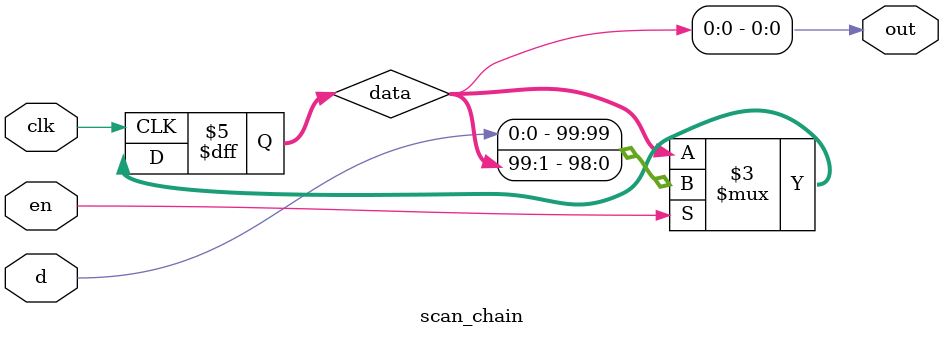
<source format=v>

module scan_chain(
    input clk,
    input d,
    input en,
    output out 
);

reg [99:0] data = 0;
    
always @ (posedge clk)
    begin
    if(en)
        data <= {d, data[99:1]};
    end
assign out = data[0];
    
endmodule

</source>
